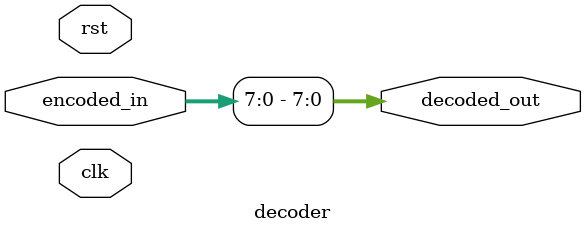
<source format=sv>

module decoder (input clk,rst, input [9:0] encoded_in, output [7:0]decoded_out);

assign decoded_out=encoded_in[7:0];

endmodule
</source>
